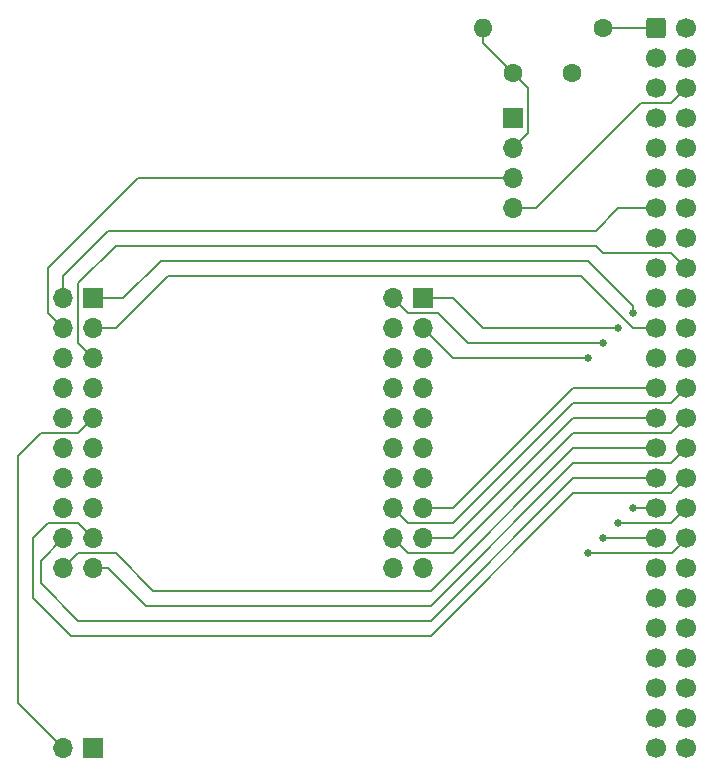
<source format=gbl>
G04 #@! TF.GenerationSoftware,KiCad,Pcbnew,6.0.4-6f826c9f35~116~ubuntu18.04.1*
G04 #@! TF.CreationDate,2023-06-15T12:53:14+01:00*
G04 #@! TF.ProjectId,sbc09_debugger,73626330-395f-4646-9562-75676765722e,rev?*
G04 #@! TF.SameCoordinates,Original*
G04 #@! TF.FileFunction,Copper,L2,Bot*
G04 #@! TF.FilePolarity,Positive*
%FSLAX46Y46*%
G04 Gerber Fmt 4.6, Leading zero omitted, Abs format (unit mm)*
G04 Created by KiCad (PCBNEW 6.0.4-6f826c9f35~116~ubuntu18.04.1) date 2023-06-15 12:53:14*
%MOMM*%
%LPD*%
G01*
G04 APERTURE LIST*
G04 Aperture macros list*
%AMRoundRect*
0 Rectangle with rounded corners*
0 $1 Rounding radius*
0 $2 $3 $4 $5 $6 $7 $8 $9 X,Y pos of 4 corners*
0 Add a 4 corners polygon primitive as box body*
4,1,4,$2,$3,$4,$5,$6,$7,$8,$9,$2,$3,0*
0 Add four circle primitives for the rounded corners*
1,1,$1+$1,$2,$3*
1,1,$1+$1,$4,$5*
1,1,$1+$1,$6,$7*
1,1,$1+$1,$8,$9*
0 Add four rect primitives between the rounded corners*
20,1,$1+$1,$2,$3,$4,$5,0*
20,1,$1+$1,$4,$5,$6,$7,0*
20,1,$1+$1,$6,$7,$8,$9,0*
20,1,$1+$1,$8,$9,$2,$3,0*%
G04 Aperture macros list end*
G04 #@! TA.AperFunction,ComponentPad*
%ADD10R,1.700000X1.700000*%
G04 #@! TD*
G04 #@! TA.AperFunction,ComponentPad*
%ADD11O,1.700000X1.700000*%
G04 #@! TD*
G04 #@! TA.AperFunction,ComponentPad*
%ADD12C,1.600000*%
G04 #@! TD*
G04 #@! TA.AperFunction,ComponentPad*
%ADD13RoundRect,0.250000X-0.600000X-0.600000X0.600000X-0.600000X0.600000X0.600000X-0.600000X0.600000X0*%
G04 #@! TD*
G04 #@! TA.AperFunction,ComponentPad*
%ADD14C,1.700000*%
G04 #@! TD*
G04 #@! TA.AperFunction,ComponentPad*
%ADD15O,1.600000X1.600000*%
G04 #@! TD*
G04 #@! TA.AperFunction,ViaPad*
%ADD16C,0.660400*%
G04 #@! TD*
G04 #@! TA.AperFunction,Conductor*
%ADD17C,0.203200*%
G04 #@! TD*
G04 APERTURE END LIST*
D10*
X134620000Y-93980000D03*
D11*
X132080000Y-93980000D03*
X134620000Y-96520000D03*
X132080000Y-96520000D03*
X134620000Y-99060000D03*
X132080000Y-99060000D03*
X134620000Y-101600000D03*
X132080000Y-101600000D03*
X134620000Y-104140000D03*
X132080000Y-104140000D03*
X134620000Y-106680000D03*
X132080000Y-106680000D03*
X134620000Y-109220000D03*
X132080000Y-109220000D03*
X134620000Y-111760000D03*
X132080000Y-111760000D03*
X134620000Y-114300000D03*
X132080000Y-114300000D03*
X134620000Y-116840000D03*
X132080000Y-116840000D03*
D10*
X162560000Y-93980000D03*
D11*
X160020000Y-93980000D03*
X162560000Y-96520000D03*
X160020000Y-96520000D03*
X162560000Y-99060000D03*
X160020000Y-99060000D03*
X162560000Y-101600000D03*
X160020000Y-101600000D03*
X162560000Y-104140000D03*
X160020000Y-104140000D03*
X162560000Y-106680000D03*
X160020000Y-106680000D03*
X162560000Y-109220000D03*
X160020000Y-109220000D03*
X162560000Y-111760000D03*
X160020000Y-111760000D03*
X162560000Y-114300000D03*
X160020000Y-114300000D03*
X162560000Y-116840000D03*
X160020000Y-116840000D03*
D10*
X134620000Y-132080000D03*
D11*
X132080000Y-132080000D03*
D10*
X170180000Y-78740000D03*
D11*
X170180000Y-81280000D03*
X170180000Y-83820000D03*
X170180000Y-86360000D03*
D12*
X170180000Y-74930000D03*
X175180000Y-74930000D03*
D13*
X182245000Y-71120000D03*
D14*
X184785000Y-71120000D03*
X182245000Y-73660000D03*
X184785000Y-73660000D03*
X182245000Y-76200000D03*
X184785000Y-76200000D03*
X182245000Y-78740000D03*
X184785000Y-78740000D03*
X182245000Y-81280000D03*
X184785000Y-81280000D03*
X182245000Y-83820000D03*
X184785000Y-83820000D03*
X182245000Y-86360000D03*
X184785000Y-86360000D03*
X182245000Y-88900000D03*
X184785000Y-88900000D03*
X182245000Y-91440000D03*
X184785000Y-91440000D03*
X182245000Y-93980000D03*
X184785000Y-93980000D03*
X182245000Y-96520000D03*
X184785000Y-96520000D03*
X182245000Y-99060000D03*
X184785000Y-99060000D03*
X182245000Y-101600000D03*
X184785000Y-101600000D03*
X182245000Y-104140000D03*
X184785000Y-104140000D03*
X182245000Y-106680000D03*
X184785000Y-106680000D03*
X182245000Y-109220000D03*
X184785000Y-109220000D03*
X182245000Y-111760000D03*
X184785000Y-111760000D03*
X182245000Y-114300000D03*
X184785000Y-114300000D03*
X182245000Y-116840000D03*
X184785000Y-116840000D03*
X182245000Y-119380000D03*
X184785000Y-119380000D03*
X182245000Y-121920000D03*
X184785000Y-121920000D03*
X182245000Y-124460000D03*
X184785000Y-124460000D03*
X182245000Y-127000000D03*
X184785000Y-127000000D03*
X182245000Y-129540000D03*
X184785000Y-129540000D03*
X182245000Y-132080000D03*
X184785000Y-132080000D03*
D12*
X177800000Y-71120000D03*
D15*
X167640000Y-71120000D03*
D16*
X176530000Y-99060000D03*
X176530000Y-115570000D03*
X177800000Y-97790000D03*
X177800000Y-114300000D03*
X179070000Y-96520000D03*
X179070000Y-113030000D03*
X180340000Y-95250000D03*
X180340000Y-111760000D03*
D17*
X171450000Y-80010000D02*
X171450000Y-76200000D01*
X167640000Y-72390000D02*
X170180000Y-74930000D01*
X171450000Y-76200000D02*
X170180000Y-74930000D01*
X167640000Y-71120000D02*
X167640000Y-72390000D01*
X170180000Y-81280000D02*
X171450000Y-80010000D01*
X176530000Y-99060000D02*
X165100000Y-99060000D01*
X165100000Y-99060000D02*
X162560000Y-96520000D01*
X184875000Y-114320000D02*
X183625000Y-115570000D01*
X183625000Y-115570000D02*
X176530000Y-115570000D01*
X177800000Y-97790000D02*
X166370000Y-97790000D01*
X163830000Y-95250000D02*
X161290000Y-95250000D01*
X177800000Y-114300000D02*
X182245000Y-114300000D01*
X161290000Y-95250000D02*
X160020000Y-93980000D01*
X166370000Y-97790000D02*
X163830000Y-95250000D01*
X179070000Y-96520000D02*
X167640000Y-96520000D01*
X184765000Y-111780000D02*
X183515000Y-113030000D01*
X167640000Y-96520000D02*
X165100000Y-93980000D01*
X165100000Y-93980000D02*
X162560000Y-93980000D01*
X183515000Y-113030000D02*
X179070000Y-113030000D01*
X180340000Y-111760000D02*
X182245000Y-111760000D01*
X140335000Y-90805000D02*
X137160000Y-93980000D01*
X137160000Y-93980000D02*
X134620000Y-93980000D01*
X180340000Y-95250000D02*
X180340000Y-94615000D01*
X176530000Y-90805000D02*
X140335000Y-90805000D01*
X180340000Y-94615000D02*
X176530000Y-90805000D01*
X175260000Y-110490000D02*
X163195000Y-122555000D01*
X183515000Y-110490000D02*
X175260000Y-110490000D01*
X184785000Y-109220000D02*
X183515000Y-110490000D01*
X163195000Y-122555000D02*
X132715000Y-122555000D01*
X129540000Y-114300000D02*
X130810000Y-113030000D01*
X133350000Y-113030000D02*
X134620000Y-114300000D01*
X129540000Y-119380000D02*
X129540000Y-114300000D01*
X130810000Y-113030000D02*
X133350000Y-113030000D01*
X132715000Y-122555000D02*
X129540000Y-119380000D01*
X163195000Y-121285000D02*
X133350000Y-121285000D01*
X133350000Y-121285000D02*
X130175000Y-118110000D01*
X130175000Y-116205000D02*
X132080000Y-114300000D01*
X182245000Y-109220000D02*
X175260000Y-109220000D01*
X130175000Y-118110000D02*
X130175000Y-116205000D01*
X175260000Y-109220000D02*
X163195000Y-121285000D01*
X183515000Y-107950000D02*
X184785000Y-106680000D01*
X163195000Y-120015000D02*
X175260000Y-107950000D01*
X175260000Y-107950000D02*
X183515000Y-107950000D01*
X134620000Y-116840000D02*
X135890000Y-116840000D01*
X139065000Y-120015000D02*
X163195000Y-120015000D01*
X135890000Y-116840000D02*
X139065000Y-120015000D01*
X133350000Y-115570000D02*
X132080000Y-116840000D01*
X136525000Y-115570000D02*
X133350000Y-115570000D01*
X182245000Y-106680000D02*
X175260000Y-106680000D01*
X139700000Y-118745000D02*
X136525000Y-115570000D01*
X163195000Y-118745000D02*
X139700000Y-118745000D01*
X175260000Y-106680000D02*
X163195000Y-118745000D01*
X183515000Y-105410000D02*
X175260000Y-105410000D01*
X161290000Y-115570000D02*
X165100000Y-115570000D01*
X184785000Y-104140000D02*
X183515000Y-105410000D01*
X165100000Y-115570000D02*
X175260000Y-105410000D01*
X160020000Y-114300000D02*
X161290000Y-115570000D01*
X162560000Y-114300000D02*
X165100000Y-114300000D01*
X165100000Y-114300000D02*
X175260000Y-104140000D01*
X175260000Y-104140000D02*
X182245000Y-104140000D01*
X184785000Y-101600000D02*
X183515000Y-102870000D01*
X165100000Y-113030000D02*
X161290000Y-113030000D01*
X175260000Y-102870000D02*
X165100000Y-113030000D01*
X183515000Y-102870000D02*
X175260000Y-102870000D01*
X161290000Y-113030000D02*
X160020000Y-111760000D01*
X175260000Y-101600000D02*
X182245000Y-101600000D01*
X165100000Y-111760000D02*
X175260000Y-101600000D01*
X162560000Y-111760000D02*
X165100000Y-111760000D01*
X134620000Y-96520000D02*
X136525000Y-96520000D01*
X140970000Y-92075000D02*
X175895000Y-92075000D01*
X180340000Y-96520000D02*
X182245000Y-96520000D01*
X175895000Y-92075000D02*
X180340000Y-96520000D01*
X136525000Y-96520000D02*
X140970000Y-92075000D01*
X133350000Y-92710000D02*
X133350000Y-97790000D01*
X184785000Y-91440000D02*
X183515000Y-90170000D01*
X177165000Y-89535000D02*
X136525000Y-89535000D01*
X133350000Y-97790000D02*
X134620000Y-99060000D01*
X136525000Y-89535000D02*
X133350000Y-92710000D01*
X177800000Y-90170000D02*
X177165000Y-89535000D01*
X183515000Y-90170000D02*
X177800000Y-90170000D01*
X135890000Y-88265000D02*
X132080000Y-92075000D01*
X182245000Y-86360000D02*
X179070000Y-86360000D01*
X132080000Y-92075000D02*
X132080000Y-93980000D01*
X179070000Y-86360000D02*
X177165000Y-88265000D01*
X177165000Y-88265000D02*
X135890000Y-88265000D01*
X172085000Y-86360000D02*
X180975000Y-77470000D01*
X170180000Y-86360000D02*
X172085000Y-86360000D01*
X183515000Y-77470000D02*
X184785000Y-76200000D01*
X180975000Y-77470000D02*
X183515000Y-77470000D01*
X128270000Y-128270000D02*
X132080000Y-132080000D01*
X130175000Y-105410000D02*
X128270000Y-107315000D01*
X133350000Y-105410000D02*
X130175000Y-105410000D01*
X134620000Y-104140000D02*
X133350000Y-105410000D01*
X128270000Y-107315000D02*
X128270000Y-128270000D01*
X138430000Y-83820000D02*
X170180000Y-83820000D01*
X130810000Y-95250000D02*
X130810000Y-91440000D01*
X130810000Y-91440000D02*
X138430000Y-83820000D01*
X132080000Y-96520000D02*
X130810000Y-95250000D01*
X177800000Y-71120000D02*
X182245000Y-71120000D01*
M02*

</source>
